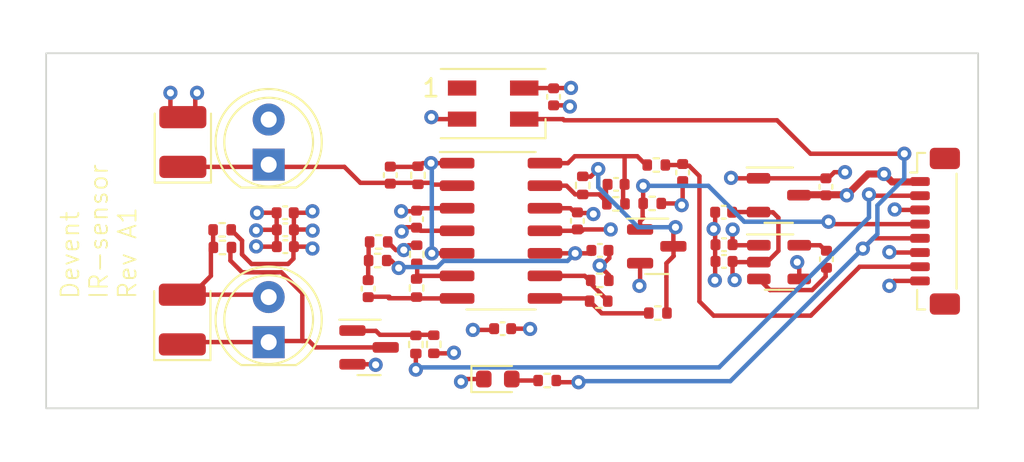
<source format=kicad_pcb>
(kicad_pcb (version 20221018) (generator pcbnew)
  (layers (0 "F.Cu" signal) (1 "In1.Cu" signal) (2 "In2.Cu" signal) (31 "B.Cu" signal) (34 "B.Paste" user) (35 "F.Paste" user) (36 "B.SilkS" user "B.Silkscreen") (37 "F.SilkS" user "F.Silkscreen") (38 "B.Mask" user) (39 "F.Mask" user) (44 "Edge.Cuts" user))
  (net 0 "")
  (net 1 "Net-(U1C-+)")
  (net 2 "GND")
  (net 3 "Net-(D1-K)")
  (net 4 "Net-(U1B-+)")
  (net 5 "Net-(D2-K)")
  (net 6 "Net-(U1B--)")
  (net 7 "/PWM_SEND")
  (net 8 "/PWM_RCV")
  (net 9 "Net-(U1C--)")
  (net 10 "+2V5")
  (net 11 "+5V")
  (net 12 "Net-(C6-Pad1)")
  (net 13 "Net-(Q2-D)")
  (net 14 "Net-(R4-Pad1)")
  (net 15 "/DOG")
  (net 16 "-2V5")
  (net 17 "Net-(D1-A)")
  (net 18 "/INDICATOR")
  (net 19 "Net-(D3-A)")
  (net 20 "Net-(C13-Pad1)")
  (net 21 "Net-(U1D--)")
  (net 22 "Net-(C6-Pad2)")
  (net 23 "Net-(U4-CFLY-)")
  (net 24 "Net-(U4-CFLY+)")
  (net 25 "Net-(Q1-G)")
  (footprint "LED_SMD:LED_0603_1608Metric" (layer "F.Cu") (at 75.44 68.35)
    (fp_text reference "D3" hide)
    (fp_text value "LED" hide)
    (pad "1" smd roundrect (at -0.7875 0) (size 0.875 0.95) (layers "F.Cu" "F.Paste" "F.Mask") (net 2 "GND"))
    (pad "2" smd roundrect (at 0.7875 0) (size 0.875 0.95) (layers "F.Cu" "F.Paste" "F.Mask") (net 19 "Net-(D3-A)"))
  )
  (footprint "MountingHole:MountingHole_2.5mm" (layer "F.Cu") (at 53 67)
    (fp_text reference "H4" hide)
    (fp_text value "MountingHole" hide)
    (pad "" np_thru_hole circle (at 0 0) (size 2.5 2.5) (drill 2.5) (layers "*.Cu" "*.Mask"))
  )
  (footprint "Connector_JST:JST_SUR_BM08B-SURS-TF_1x08-1MP_P0.80mm_Vertical" (layer "F.Cu") (at 100.075 60.025 -90)
    (fp_text reference "J1" hide)
    (fp_text value "Conn_01x06_Pin" hide)
    (pad "1" smd roundrect (at -2.8 0.85 270) (size 0.5 1.1) (layers "F.Cu" "F.Paste" "F.Mask") (net 11 "+5V"))
    (pad "2" smd roundrect (at -2 0.85 270) (size 0.5 1.1) (layers "F.Cu" "F.Paste" "F.Mask") (net 7 "/PWM_SEND"))
    (pad "3" smd roundrect (at -1.2 0.85 270) (size 0.5 1.1) (layers "F.Cu" "F.Paste" "F.Mask") (net 2 "GND"))
    (pad "4" smd roundrect (at -0.4 0.85 270) (size 0.5 1.1) (layers "F.Cu" "F.Paste" "F.Mask") (net 8 "/PWM_RCV"))
    (pad "5" smd roundrect (at 0.4 0.85 270) (size 0.5 1.1) (layers "F.Cu" "F.Paste" "F.Mask") (net 18 "/INDICATOR"))
    (pad "6" smd roundrect (at 1.2 0.85 270) (size 0.5 1.1) (layers "F.Cu" "F.Paste" "F.Mask") (net 2 "GND"))
    (pad "7" smd roundrect (at 2 0.85 270) (size 0.5 1.1) (layers "F.Cu" "F.Paste" "F.Mask") (net 15 "/DOG"))
    (pad "8" smd roundrect (at 2.8 0.85 270) (size 0.5 1.1) (layers "F.Cu" "F.Paste" "F.Mask") (net 2 "GND"))
    (pad "MP" smd roundrect (at -4.1 -0.55 270) (size 1.2 1.7) (layers "F.Cu" "F.Paste" "F.Mask") (roundrect_rratio 0.2083333333))
    (pad "MP" smd roundrect (at 4.1 -0.55 270) (size 1.2 1.7) (layers "F.Cu" "F.Paste" "F.Mask") (roundrect_rratio 0.2083333333))
  )
  (footprint "LED_SMD:LED_SK6812MINI_PLCC4_3.5x3.5mm_P1.75mm" (layer "F.Cu") (at 75.18 52.835)
    (fp_text reference "D4" hide)
    (fp_text value "SK6812MINI" hide)
    (fp_text user "1" (at -3.5 -0.875) (layer "F.SilkS"))
    (pad "1" smd rect (at -1.75 -0.875) (size 1.6 0.85) (layers "F.Cu" "F.Paste" "F.Mask"))
    (pad "2" smd rect (at -1.75 0.875) (size 1.6 0.85) (layers "F.Cu" "F.Paste" "F.Mask") (net 2 "GND"))
    (pad "3" smd rect (at 1.75 0.875) (size 1.6 0.85) (layers "F.Cu" "F.Paste" "F.Mask") (net 18 "/INDICATOR"))
    (pad "4" smd rect (at 1.75 -0.875) (size 1.6 0.85) (layers "F.Cu" "F.Paste" "F.Mask") (net 11 "+5V"))
  )
  (footprint "Resistor_SMD:R_0402_1005Metric" (layer "F.Cu") (at 70.875 61.325 -90)
    (fp_text reference "R3" hide)
    (fp_text value "1k" hide)
    (pad "1" smd roundrect (at -0.51 0 270) (size 0.54 0.64) (layers "F.Cu" "F.Paste" "F.Mask") (net 2 "GND"))
    (pad "2" smd roundrect (at 0.51 0 270) (size 0.54 0.64) (layers "F.Cu" "F.Paste" "F.Mask") (net 6 "Net-(U1B--)"))
  )
  (footprint "Capacitor_SMD:C_0402_1005Metric" (layer "F.Cu") (at 63.475 59.945 180)
    (fp_text reference "C7" hide)
    (fp_text value "2.2u" hide)
    (pad "1" smd roundrect (at -0.48 0 180) (size 0.56 0.62) (layers "F.Cu" "F.Paste" "F.Mask") (net 11 "+5V"))
    (pad "2" smd roundrect (at 0.48 0 180) (size 0.56 0.62) (layers "F.Cu" "F.Paste" "F.Mask") (net 2 "GND"))
  )
  (footprint "LED_THT:LED_D5.0mm" (layer "F.Cu") (at 62.535 56.275 90)
    (fp_text reference "D5" hide)
    (fp_text value "D_Photo" hide)
    (pad "1" thru_hole rect (at 0 0 90) (size 1.8 1.8) (drill 0.9) (layers "*.Cu" "*.Mask") (net 5 "Net-(D2-K)"))
    (pad "2" thru_hole circle (at 2.54 0 90) (size 1.8 1.8) (drill 0.9) (layers "*.Cu" "*.Mask") (net 2 "GND"))
  )
  (footprint "Capacitor_SMD:C_0402_1005Metric" (layer "F.Cu") (at 93.925 57.525 -90)
    (fp_text reference "C5" hide)
    (fp_text value "2.2u" hide)
    (pad "1" smd roundrect (at -0.48 0 270) (size 0.56 0.62) (layers "F.Cu" "F.Paste" "F.Mask") (net 2 "GND"))
    (pad "2" smd roundrect (at 0.48 0 270) (size 0.56 0.62) (layers "F.Cu" "F.Paste" "F.Mask") (net 11 "+5V"))
  )
  (footprint "Resistor_SMD:R_0402_1005Metric" (layer "F.Cu") (at 71.835 66.395 90)
    (fp_text reference "R12" hide)
    (fp_text value "100k" hide)
    (pad "1" smd roundrect (at -0.51 0 90) (size 0.54 0.64) (layers "F.Cu" "F.Paste" "F.Mask") (net 2 "GND"))
    (pad "2" smd roundrect (at 0.51 0 90) (size 0.54 0.64) (layers "F.Cu" "F.Paste" "F.Mask") (net 25 "Net-(Q1-G)"))
  )
  (footprint "Resistor_SMD:R_0402_1005Metric" (layer "F.Cu") (at 59.93 60.94)
    (fp_text reference "R9" hide)
    (fp_text value "10k" hide)
    (pad "1" smd roundrect (at -0.51 0) (size 0.54 0.64) (layers "F.Cu" "F.Paste" "F.Mask") (net 17 "Net-(D1-A)"))
    (pad "2" smd roundrect (at 0.51 0) (size 0.54 0.64) (layers "F.Cu" "F.Paste" "F.Mask") (net 3 "Net-(D1-K)"))
  )
  (footprint "Package_SO:SOIC-14_3.9x8.7mm_P1.27mm" (layer "F.Cu") (at 75.625 60)
    (fp_text reference "U1" hide)
    (fp_text value "MCP6004" hide)
    (pad "1" smd roundrect (at -2.475 -3.81) (size 1.95 0.6) (layers "F.Cu" "F.Paste" "F.Mask") (net 4 "Net-(U1B-+)"))
    (pad "2" smd roundrect (at -2.475 -2.54) (size 1.95 0.6) (layers "F.Cu" "F.Paste" "F.Mask") (net 5 "Net-(D2-K)"))
    (pad "3" smd roundrect (at -2.475 -1.27) (size 1.95 0.6) (layers "F.Cu" "F.Paste" "F.Mask") (net 2 "GND"))
    (pad "4" smd roundrect (at -2.475 0) (size 1.95 0.6) (layers "F.Cu" "F.Paste" "F.Mask") (net 10 "+2V5"))
    (pad "5" smd roundrect (at -2.475 1.27) (size 1.95 0.6) (layers "F.Cu" "F.Paste" "F.Mask") (net 4 "Net-(U1B-+)"))
    (pad "6" smd roundrect (at -2.475 2.54) (size 1.95 0.6) (layers "F.Cu" "F.Paste" "F.Mask") (net 6 "Net-(U1B--)"))
    (pad "7" smd roundrect (at -2.475 3.81) (size 1.95 0.6) (layers "F.Cu" "F.Paste" "F.Mask") (net 22 "Net-(C6-Pad2)"))
    (pad "8" smd roundrect (at 2.475 3.81) (size 1.95 0.6) (layers "F.Cu" "F.Paste" "F.Mask") (net 14 "Net-(R4-Pad1)"))
    (pad "9" smd roundrect (at 2.475 2.54) (size 1.95 0.6) (layers "F.Cu" "F.Paste" "F.Mask") (net 9 "Net-(U1C--)"))
    (pad "10" smd roundrect (at 2.475 1.27) (size 1.95 0.6) (layers "F.Cu" "F.Paste" "F.Mask") (net 1 "Net-(U1C-+)"))
    (pad "11" smd roundrect (at 2.475 0) (size 1.95 0.6) (layers "F.Cu" "F.Paste" "F.Mask") (net 16 "-2V5"))
    (pad "12" smd roundrect (at 2.475 -1.27) (size 1.95 0.6) (layers "F.Cu" "F.Paste" "F.Mask") (net 2 "GND"))
    (pad "13" smd roundrect (at 2.475 -2.54) (size 1.95 0.6) (layers "F.Cu" "F.Paste" "F.Mask") (net 21 "Net-(U1D--)"))
    (pad "14" smd roundrect (at 2.475 -3.81) (size 1.95 0.6) (layers "F.Cu" "F.Paste" "F.Mask") (net 20 "Net-(C13-Pad1)"))
  )
  (footprint "Package_TO_SOT_SMD:SOT-23-3" (layer "F.Cu") (at 91.265 57.995)
    (fp_text reference "U2" hide)
    (fp_text value "HX6206P252MR" hide)
    (pad "1" smd roundrect (at -1.1375 -0.95) (size 1.325 0.6) (layers "F.Cu" "F.Paste" "F.Mask") (net 2 "GND"))
    (pad "2" smd roundrect (at -1.1375 0.95) (size 1.325 0.6) (layers "F.Cu" "F.Paste" "F.Mask") (net 10 "+2V5"))
    (pad "3" smd roundrect (at 1.1375 0) (size 1.325 0.6) (layers "F.Cu" "F.Paste" "F.Mask") (net 11 "+5V"))
  )
  (footprint "Package_TO_SOT_SMD:SOT-23" (layer "F.Cu") (at 68.19 66.57)
    (fp_text reference "Q1" hide)
    (fp_text value "BSS138" hide)
    (pad "1" smd roundrect (at -0.9375 -0.95) (size 1.475 0.6) (layers "F.Cu" "F.Paste" "F.Mask") (net 25 "Net-(Q1-G)"))
    (pad "2" smd roundrect (at -0.9375 0.95) (size 1.475 0.6) (layers "F.Cu" "F.Paste" "F.Mask") (net 2 "GND"))
    (pad "3" smd roundrect (at 0.9375 0) (size 1.475 0.6) (layers "F.Cu" "F.Paste" "F.Mask") (net 3 "Net-(D1-K)"))
  )
  (footprint "Resistor_SMD:R_0402_1005Metric" (layer "F.Cu") (at 78.225 68.435)
    (fp_text reference "R13" hide)
    (fp_text value "1k" hide)
    (pad "1" smd roundrect (at -0.51 0) (size 0.54 0.64) (layers "F.Cu" "F.Paste" "F.Mask") (net 19 "Net-(D3-A)"))
    (pad "2" smd roundrect (at 0.51 0) (size 0.54 0.64) (layers "F.Cu" "F.Paste" "F.Mask") (net 18 "/INDICATOR"))
  )
  (footprint "MountingHole:MountingHole_2.5mm" (layer "F.Cu") (at 53 53)
    (fp_text reference "H3" hide)
    (fp_text value "MountingHole" hide)
    (pad "" np_thru_hole circle (at 0 0) (size 2.5 2.5) (drill 2.5) (layers "*.Cu" "*.Mask"))
  )
  (footprint "Resistor_SMD:R_0402_1005Metric" (layer "F.Cu") (at 70.945 56.875 90)
    (fp_text reference "R1" hide)
    (fp_text value "100k" hide)
    (pad "1" smd roundrect (at -0.51 0 90) (size 0.54 0.64) (layers "F.Cu" "F.Paste" "F.Mask") (net 5 "Net-(D2-K)"))
    (pad "2" smd roundrect (at 0.51 0 90) (size 0.54 0.64) (layers "F.Cu" "F.Paste" "F.Mask") (net 4 "Net-(U1B-+)"))
  )
  (footprint "Resistor_SMD:R_0402_1005Metric" (layer "F.Cu") (at 84.37 56.295 180)
    (fp_text reference "R18" hide)
    (fp_text value "10k" hide)
    (pad "1" smd roundrect (at -0.51 0 180) (size 0.54 0.64) (layers "F.Cu" "F.Paste" "F.Mask") (net 15 "/DOG"))
    (pad "2" smd roundrect (at 0.51 0 180) (size 0.54 0.64) (layers "F.Cu" "F.Paste" "F.Mask") (net 20 "Net-(C13-Pad1)"))
  )
  (footprint "Capacitor_SMD:C_0402_1005Metric" (layer "F.Cu") (at 88.185 60.785)
    (fp_text reference "C18" hide)
    (fp_text value "2.2u" hide)
    (pad "1" smd roundrect (at -0.48 0) (size 0.56 0.62) (layers "F.Cu" "F.Paste" "F.Mask") (net 2 "GND"))
    (pad "2" smd roundrect (at 0.48 0) (size 0.56 0.62) (layers "F.Cu" "F.Paste" "F.Mask") (net 16 "-2V5"))
  )
  (footprint "Resistor_SMD:R_0402_1005Metric" (layer "F.Cu") (at 84.14 58.46 180)
    (fp_text reference "R7" hide)
    (fp_text value "100k" hide)
    (pad "1" smd roundrect (at -0.51 0 180) (size 0.54 0.64) (layers "F.Cu" "F.Paste" "F.Mask") (net 2 "GND"))
    (pad "2" smd roundrect (at 0.51 0 180) (size 0.54 0.64) (layers "F.Cu" "F.Paste" "F.Mask") (net 8 "/PWM_RCV"))
  )
  (footprint "Resistor_SMD:R_0402_1005Metric" (layer "F.Cu") (at 59.915 59.945)
    (fp_text reference "R11" hide)
    (fp_text value "200" hide)
    (pad "1" smd roundrect (at -0.51 0) (size 0.54 0.64) (layers "F.Cu" "F.Paste" "F.Mask") (net 17 "Net-(D1-A)"))
    (pad "2" smd roundrect (at 0.51 0) (size 0.54 0.64) (layers "F.Cu" "F.Paste" "F.Mask") (net 11 "+5V"))
  )
  (footprint "Package_TO_SOT_SMD:SOT-23" (layer "F.Cu") (at 84.395 60.875)
    (fp_text reference "Q2" hide)
    (fp_text value "BSS138" hide)
    (pad "1" smd roundrect (at -0.9375 -0.95) (size 1.475 0.6) (layers "F.Cu" "F.Paste" "F.Mask") (net 8 "/PWM_RCV"))
    (pad "2" smd roundrect (at -0.9375 0.95) (size 1.475 0.6) (layers "F.Cu" "F.Paste" "F.Mask") (net 2 "GND"))
    (pad "3" smd roundrect (at 0.9375 0) (size 1.475 0.6) (layers "F.Cu" "F.Paste" "F.Mask") (net 13 "Net-(Q2-D)"))
  )
  (footprint "Capacitor_SMD:C_0402_1005Metric" (layer "F.Cu") (at 82.105 57.385 180)
    (fp_text reference "C13" hide)
    (fp_text value "100n" hide)
    (pad "1" smd roundrect (at -0.48 0 180) (size 0.56 0.62) (layers "F.Cu" "F.Paste" "F.Mask") (net 20 "Net-(C13-Pad1)"))
    (pad "2" smd roundrect (at 0.48 0 180) (size 0.56 0.62) (layers "F.Cu" "F.Paste" "F.Mask") (net 21 "Net-(U1D--)"))
  )
  (footprint "LED_SMD:LED_1210_3225Metric" (layer "F.Cu") (at 57.67 65 90)
    (fp_text reference "D1" hide)
    (fp_text value "IR-LED" hide)
    (pad "1" smd roundrect (at -1.4 0 90) (size 1.25 2.65) (layers "F.Cu" "F.Paste" "F.Mask") (roundrect_rratio 0.2) (net 3 "Net-(D1-K)"))
    (pad "2" smd roundrect (at 1.4 0 90) (size 1.25 2.65) (layers "F.Cu" "F.Paste" "F.Mask") (roundrect_rratio 0.2) (net 17 "Net-(D1-A)"))
  )
  (footprint "Resistor_SMD:R_0402_1005Metric" (layer "F.Cu") (at 70.825 66.405 90)
    (fp_text reference "R8" hide)
    (fp_text value "100" hide)
    (pad "1" smd roundrect (at -0.51 0 90) (size 0.54 0.64) (layers "F.Cu" "F.Paste" "F.Mask") (net 7 "/PWM_SEND"))
    (pad "2" smd roundrect (at 0.51 0 90) (size 0.54 0.64) (layers "F.Cu" "F.Paste" "F.Mask") (net 25 "Net-(Q1-G)"))
  )
  (footprint "LED_THT:LED_D5.0mm" (layer "F.Cu") (at 62.535 66.275 90)
    (fp_text reference "D6" hide)
    (fp_text value "IR-LED" hide)
    (pad "1" thru_hole rect (at 0 0 90) (size 1.8 1.8) (drill 0.9) (layers "*.Cu" "*.Mask") (net 3 "Net-(D1-K)"))
    (pad "2" thru_hole circle (at 2.54 0 90) (size 1.8 1.8) (drill 0.9) (layers "*.Cu" "*.Mask") (net 17 "Net-(D1-A)"))
  )
  (footprint "Resistor_SMD:R_0402_1005Metric" (layer "F.Cu") (at 80.225 57.445 90)
    (fp_text reference "R16" hide)
    (fp_text value "1k" hide)
    (pad "1" smd roundrect (at -0.51 0 90) (size 0.54 0.64) (layers "F.Cu" "F.Paste" "F.Mask") (net 21 "Net-(U1D--)"))
    (pad "2" smd roundrect (at 0.51 0 90) (size 0.54 0.64) (layers "F.Cu" "F.Paste" "F.Mask") (net 13 "Net-(Q2-D)"))
  )
  (footprint "Resistor_SMD:R_0402_1005Metric" (layer "F.Cu") (at 68.731 60.627)
    (fp_text reference "R14" hide)
    (fp_text value "1k" hide)
    (pad "1" smd roundrect (at -0.51 0) (size 0.54 0.64) (layers "F.Cu" "F.Paste" "F.Mask") (net 12 "Net-(C6-Pad1)"))
    (pad "2" smd roundrect (at 0.51 0) (size 0.54 0.64) (layers "F.Cu" "F.Paste" "F.Mask") (net 2 "GND"))
  )
  (footprint "Resistor_SMD:R_0402_1005Metric" (layer "F.Cu") (at 84.46 64.635 180)
    (fp_text reference "R6" hide)
    (fp_text value "100" hide)
    (pad "1" smd roundrect (at -0.51 0 180) (size 0.54 0.64) (layers "F.Cu" "F.Paste" "F.Mask") (net 13 "Net-(Q2-D)"))
    (pad "2" smd roundrect (at 0.51 0 180) (size 0.54 0.64) (layers "F.Cu" "F.Paste" "F.Mask") (net 14 "Net-(R4-Pad1)"))
  )
  (footprint "Capacitor_SMD:C_0402_1005Metric" (layer "F.Cu") (at 81.195 61.105)
    (fp_text reference "C9" hide)
    (fp_text value "10nF" hide)
    (pad "1" smd roundrect (at -0.48 0) (size 0.56 0.62) (layers "F.Cu" "F.Paste" "F.Mask") (net 1 "Net-(U1C-+)"))
    (pad "2" smd roundrect (at 0.48 0) (size 0.56 0.62) (layers "F.Cu" "F.Paste" "F.Mask") (net 2 "GND"))
  )
  (footprint "Resistor_SMD:R_0402_1005Metric" (layer "F.Cu") (at 81.125 63.965)
    (fp_text reference "R4" hide)
    (fp_text value "10k" hide)
    (pad "1" smd roundrect (at -0.51 0) (size 0.54 0.64) (layers "F.Cu" "F.Paste" "F.Mask") (net 14 "Net-(R4-Pad1)"))
    (pad "2" smd roundrect (at 0.51 0) (size 0.54 0.64) (layers "F.Cu" "F.Paste" "F.Mask") (net 9 "Net-(U1C--)"))
  )
  (footprint "Capacitor_SMD:C_0402_1005Metric" (layer "F.Cu") (at 75.715 65.515)
    (fp_text reference "C8" hide)
    (fp_text value "2.2u" hide)
    (pad "1" smd roundrect (at -0.48 0) (size 0.56 0.62) (layers "F.Cu" "F.Paste" "F.Mask") (net 10 "+2V5"))
    (pad "2" smd roundrect (at 0.48 0) (size 0.56 0.62) (layers "F.Cu" "F.Paste" "F.Mask") (net 16 "-2V5"))
  )
  (footprint "LED_SMD:LED_1210_3225Metric" (layer "F.Cu") (at 57.7 55 90)
    (fp_text reference "D2" hide)
    (fp_text value "D_Photo" hide)
    (pad "1" smd roundrect (at -1.4 0 90) (size 1.25 2.65) (layers "F.Cu" "F.Paste" "F.Mask") (roundrect_rratio 0.2) (net 5 "Net-(D2-K)"))
    (pad "2" smd roundrect (at 1.4 0 90) (size 1.25 2.65) (layers "F.Cu" "F.Paste" "F.Mask") (roundrect_rratio 0.2) (net 2 "GND"))
  )
  (footprint "Capacitor_SMD:C_0402_1005Metric" (layer "F.Cu") (at 78.585 52.455 -90)
    (fp_text reference "C3" hide)
    (fp_text value "100n" hide)
    (pad "1" smd roundrect (at -0.48 0 270) (size 0.56 0.62) (layers "F.Cu" "F.Paste" "F.Mask") (net 11 "+5V"))
    (pad "2" smd roundrect (at 0.48 0 270) (size 0.56 0.62) (layers "F.Cu" "F.Paste" "F.Mask") (net 2 "GND"))
  )
  (footprint "Resistor_SMD:R_0402_1005Metric" (layer "F.Cu") (at 82.095 58.485 180)
    (fp_text reference "R17" hide)
    (fp_text value "100k" hide)
    (pad "1" smd roundrect (at -0.51 0 180) (size 0.54 0.64) (layers "F.Cu" "F.Paste" "F.Mask") (net 20 "Net-(C13-Pad1)"))
    (pad "2" smd roundrect (at 0.51 0 180) (size 0.54 0.64) (layers "F.Cu" "F.Paste" "F.Mask") (net 21 "Net-(U1D--)"))
  )
  (footprint "MountingHole:MountingHole_2.5mm" (layer "F.Cu") (at 94.175 66.775)
    (fp_text reference "H2" hide)
    (fp_text value "MountingHole" hide)
    (pad "" np_thru_hole circle (at 0 0) (size 2.5 2.5) (drill 2.5) (layers "*.Cu" "*.Mask"))
  )
  (footprint "Capacitor_SMD:C_0402_1005Metric" (layer "F.Cu") (at 88.185 61.725)
    (fp_text reference "C16" hide)
    (fp_text value "2.2u" hide)
    (pad "1" smd roundrect (at -0.48 0) (size 0.56 0.62) (layers "F.Cu" "F.Paste" "F.Mask") (net 2 "GND"))
    (pad "2" smd roundrect (at 0.48 0) (size 0.56 0.62) (layers "F.Cu" "F.Paste" "F.Mask") (net 10 "+2V5"))
  )
  (footprint "Capacitor_SMD:C_0402_1005Metric" (layer "F.Cu") (at 69.385 56.865 90)
    (fp_text reference "C1" hide)
    (fp_text value "1nF" hide)
    (pad "1" smd roundrect (at -0.48 0 90) (size 0.56 0.62) (layers "F.Cu" "F.Paste" "F.Mask") (net 5 "Net-(D2-K)"))
    (pad "2" smd roundrect (at 0.48 0 90) (size 0.56 0.62) (layers "F.Cu" "F.Paste" "F.Mask") (net 4 "Net-(U1B-+)"))
  )
  (footprint "Capacitor_SMD:C_0402_1005Metric" (layer "F.Cu") (at 70.865 59.345 -90)
    (fp_text reference "C2" hide)
    (fp_text value "100n" hide)
    (pad "1" smd roundrect (at -0.48 0 270) (size 0.56 0.62) (layers "F.Cu" "F.Paste" "F.Mask") (net 2 "GND"))
    (pad "2" smd roundrect (at 0.48 0 270) (size 0.56 0.62) (layers "F.Cu" "F.Paste" "F.Mask") (net 10 "+2V5"))
  )
  (footprint "Resistor_SMD:R_0402_1005Metric" (layer "F.Cu") (at 68.675 61.675)
    (fp_text reference "R15" hide)
    (fp_text value "4.7k" hide)
    (pad "1" smd roundrect (at -0.51 0) (size 0.54 0.64) (layers "F.Cu" "F.Paste" "F.Mask") (net 12 "Net-(C6-Pad1)"))
    (pad "2" smd roundrect (at 0.51 0) (size 0.54 0.64) (layers "F.Cu" "F.Paste" "F.Mask") (net 1 "Net-(U1C-+)"))
  )
  (footprint "Resistor_SMD:R_0402_1005Metric" (layer "F.Cu") (at 70.865 63.225 -90)
    (fp_text reference "R2" hide)
    (fp_text value "100k" hide)
    (pad "1" smd roundrect (at -0.51 0 270) (size 0.54 0.64) (layers "F.Cu" "F.Paste" "F.Mask") (net 6 "Net-(U1B--)"))
    (pad "2" smd roundrect (at 0.51 0 270) (size 0.54 0.64) (layers "F.Cu" "F.Paste" "F.Mask") (net 22 "Net-(C6-Pad2)"))
  )
  (footprint "Capacitor_SMD:C_0402_1005Metric" (layer "F.Cu") (at 88.165 58.955)
    (fp_text reference "C12" hide)
    (fp_text value "2.2u" hide)
    (pad "1" smd roundrect (at -0.48 0) (size 0.56 0.62) (layers "F.Cu" "F.Paste" "F.Mask") (net 2 "GND"))
    (pad "2" smd roundrect (at 0.48 0) (size 0.56 0.62) (layers "F.Cu" "F.Paste" "F.Mask") (net 10 "+2V5"))
  )
  (footprint "Capacitor_SMD:C_0402_1005Metric" (layer "F.Cu") (at 85.855 56.72 -90)
    (fp_text reference "C11" hide)
    (fp_text value "100n" hide)
    (pad "1" smd roundrect (at -0.48 0 270) (size 0.56 0.62) (layers "F.Cu" "F.Paste" "F.Mask") (net 15 "/DOG"))
    (pad "2" smd roundrect (at 0.48 0 270) (size 0.56 0.62) (layers "F.Cu" "F.Paste" "F.Mask") (net 2 "GND"))
  )
  (footprint "Capacitor_SMD:C_0402_1005Metric" (layer "F.Cu") (at 63.475 60.895 180)
    (fp_text reference "C4" hide)
    (fp_text value "100n" hide)
    (pad "1" smd roundrect (at -0.48 0 180) (size 0.56 0.62) (layers "F.Cu" "F.Paste" "F.Mask") (net 11 "+5V"))
    (pad "2" smd roundrect (at 0.48 0 180) (size 0.56 0.62) (layers "F.Cu" "F.Paste" "F.Mask") (net 2 "GND"))
  )
  (footprint "Capacitor_SMD:C_0402_1005Metric" (layer "F.Cu") (at 68.14 63.26 -90)
    (fp_text reference "C6" hide)
    (fp_text value "10nF" hide)
    (pad "1" smd roundrect (at -0.48 0 270) (size 0.56 0.62) (layers "F.Cu" "F.Paste" "F.Mask") (net 12 "Net-(C6-Pad1)"))
    (pad "2" smd roundrect (at 0.48 0 270) (size 0.56 0.62) (layers "F.Cu" "F.Paste" "F.Mask") (net 22 "Net-(C6-Pad2)"))
  )
  (footprint "Resistor_SMD:R_0402_1005Metric" (layer "F.Cu") (at 81.185 62.795)
    (fp_text reference "R5" hide)
    (fp_text value "1k" hide)
    (pad "1" smd roundrect (at -0.51 0) (size 0.54 0.64) (layers "F.Cu" "F.Paste" "F.Mask") (net 9 "Net-(U1C--)"))
    (pad "2" smd roundrect (at 0.51 0) (size 0.54 0.64) (layers "F.Cu" "F.Paste" "F.Mask") (net 2 "GND"))
  )
  (footprint "Capacitor_SMD:C_0402_1005Metric" (layer "F.Cu") (at 63.465 58.985 180)
    (fp_text reference "C14" hide)
    (fp_text value "2.2u" hide)
    (pad "1" smd roundrect (at -0.48 0 180) (size 0.56 0.62) (layers "F.Cu" "F.Paste" "F.Mask") (net 11 "+5V"))
    (pad "2" smd roundrect (at 0.48 0 180) (size 0.56 0.62) (layers "F.Cu" "F.Paste" "F.Mask") (net 2 "GND"))
  )
  (footprint "Capacitor_SMD:C_0402_1005Metric" (layer "F.Cu") (at 79.925 59.445 -90)
    (fp_text reference "C10" hide)
    (fp_text value "100n" hide)
    (pad "1" smd roundrect (at -0.48 0 270) (size 0.56 0.62) (layers "F.Cu" "F.Paste" "F.Mask") (net 2 "GND"))
    (pad "2" smd roundrect (at 0.48 0 270) (size 0.56 0.62) (layers "F.Cu" "F.Paste" "F.Mask") (net 16 "-2V5"))
  )
  (footprint "MountingHole:MountingHole_2.5mm" (layer "F.Cu") (at 93.875 52.975)
    (fp_text reference "H1" hide)
    (fp_text value "MountingHole" hide)
    (pad "" np_thru_hole circle (at 0 0) (size 2.5 2.5) (drill 2.5) (layers "*.Cu" "*.Mask"))
  )
  (footprint "Package_TO_SOT_SMD:SOT-23-5" (layer "F.Cu") (at 91.285 61.765)
    (fp_text reference "U4" hide)
    (fp_text value "TPS60400DBVR" hide)
    (pad "1" smd roundrect (at -1.1375 -0.95) (size 1.325 0.6) (layers "F.Cu" "F.Paste" "F.Mask") (net 16 "-2V5"))
    (pad "2" smd roundrect (at -1.1375 0) (size 1.325 0.6) (layers "F.Cu" "F.Paste" "F.Mask") (net 10 "+2V5"))
    (pad "3" smd roundrect (at -1.1375 0.95) (size 1.325 0.6) (layers "F.Cu" "F.Paste" "F.Mask") (net 23 "Net-(U4-CFLY-)"))
    (pad "4" smd roundrect (at 1.1375 0.95) (size 1.325 0.6) (layers "F.Cu" "F.Paste" "F.Mask") (net 2 "GND"))
    (pad "5" smd roundrect (at 1.1375 -0.95) (size 1.325 0.6) (layers "F.Cu" "F.Paste" "F.Mask") (net 24 "Net-(U4-CFLY+)"))
  )
  (footprint "Capacitor_SMD:C_0402_1005Metric" (layer "F.Cu") (at 93.955 61.605 90)
    (fp_text reference "C17" hide)
    (fp_text value "2.2u" hide)
    (pad "1" smd roundrect (at -0.48 0 90) (size 0.56 0.62) (layers "F.Cu" "F.Paste" "F.Mask") (net 23 "Net-(U4-CFLY-)"))
    (pad "2" smd roundrect (at 0.48 0 90) (size 0.56 0.62) (layers "F.Cu" "F.Paste" "F.Mask") (net 24 "Net-(U4-CFLY+)"))
  )
  (gr_rect (start 50 50) (end 102.5 70) (stroke (width 0.1)) (fill none) (layer "Edge.Cuts"))
  (gr_text "Devent \nIR-sensor\nRev A1" (at 55.16 63.92 90) (layer "F.SilkS") (effects (font (size 1 1) (thickness 0.1)) (justify left bottom)))
  (segment (start 80.67 61.27) (end 80.7 61.3) (width 0.25) (layer "F.Cu") (net 1))
  (segment (start 69.185 61.675) (end 69.438721 61.675) (width 0.25) (layer "F.Cu") (net 1))
  (segment (start 69.438721 61.675) (end 69.858973 62.095252) (width 0.25) (layer "F.Cu") (net 1))
  (segment (start 78.1 61.27) (end 80.67 61.27) (width 0.25) (layer "F.Cu") (net 1))
  (via (at 79.8 61.27) (size 0.8) (drill 0.4) (layers "F.Cu" "B.Cu") (net 1))
  (via (at 69.858973 62.095252) (size 0.8) (drill 0.4) (layers "F.Cu" "B.Cu") (net 1))
  (segment (start 72.045464 62.044751) (end 69.909474 62.044751) (width 0.25) (layer "B.Cu") (net 1))
  (segment (start 72.390215 61.7) (end 72.045464 62.044751) (width 0.25) (layer "B.Cu") (net 1))
  (segment (start 79.37 61.7) (end 72.390215 61.7) (width 0.25) (layer "B.Cu") (net 1))
  (segment (start 69.909474 62.044751) (end 69.858973 62.095252) (width 0.25) (layer "B.Cu") (net 1))
  (segment (start 79.8 61.27) (end 79.37 61.7) (width 0.25) (layer "B.Cu") (net 1))
  (segment (start 68.53 67.52) (end 68.56 67.55) (width 0.25) (layer "F.Cu") (net 2))
  (segment (start 62.985 60.885) (end 63 60.9) (width 0.25) (layer "F.Cu") (net 2))
  (segment (start 57.7 53.63) (end 57.6 53.53) (width 0.25) (layer "F.Cu") (net 2))
  (segment (start 69.241 60.627) (end 69.699451 61.085451) (width 0.25) (layer "F.Cu") (net 2))
  (segment (start 81.725 61.305) (end 81.725 61.535) (width 0.25) (layer "F.Cu") (net 2))
  (segment (start 57.6 53.53) (end 57 53.53) (width 0.25) (layer "F.Cu") (net 2))
  (segment (start 72.935 66.905) (end 72.97 66.87) (width 0.25) (layer "F.Cu") (net 2))
  (segment (start 78.585 52.935) (end 79.435 52.935) (width 0.25) (layer "F.Cu") (net 2))
  (segment (start 92.4225 62.715) (end 92.4225 61.8825) (width 0.25) (layer "F.Cu") (net 2))
  (segment (start 81.725 61.535) (end 81.23 62.03) (width 0.25) (layer "F.Cu") (net 2))
  (segment (start 87.685 58.955) (end 87.685 62.775037) (width 0.25) (layer "F.Cu") (net 2))
  (segment (start 73.15 58.73) (end 71.17 58.73) (width 0.25) (layer "F.Cu") (net 2))
  (segment (start 74.6525 68.35) (end 73.52 68.35) (width 0.25) (layer "F.Cu") (net 2))
  (segment (start 85.855 58.5) (end 85.8 58.555) (width 0.25) (layer "F.Cu") (net 2))
  (segment (start 90.1275 57.045) (end 94.055 57.045) (width 0.25) (layer "F.Cu") (net 2))
  (segment (start 97.82499 58.825) (end 97.79999 58.8) (width 0.25) (layer "F.Cu") (net 2))
  (segment (start 58.4 53.63) (end 58.4 52.33) (width 0.25) (layer "F.Cu") (net 2))
  (segment (start 79.53 58.73) (end 79.8 59) (width 0.25) (layer "F.Cu") (net 2))
  (segment (start 88.605 57.045) (end 88.58 57.02) (width 0.25) (layer "F.Cu") (net 2))
  (segment (start 97.775 62.825) (end 97.5 63.1) (width 0.25) (layer "F.Cu") (net 2))
  (segment (start 67.2525 67.52) (end 68.53 67.52) (width 0.25) (layer "F.Cu") (net 2))
  (segment (start 62.995 59.945) (end 61.865 59.945) (width 0.25) (layer "F.Cu") (net 2))
  (segment (start 57 53.53) (end 57 52.23) (width 0.25) (layer "F.Cu") (net 2))
  (segment (start 62.985 58.985) (end 61.885 58.985) (width 0.25) (layer "F.Cu") (net 2))
  (segment (start 70.417189 60.815) (end 70.146738 61.085451) (width 0.25) (layer "F.Cu") (net 2))
  (segment (start 99.225 62.825) (end 97.775 62.825) (width 0.25) (layer "F.Cu") (net 2))
  (segment (start 58.4 52.33) (end 58.5 52.23) (width 0.25) (layer "F.Cu") (net 2))
  (segment (start 80.76751 59) (end 80.824807 59.057297) (width 0.25) (layer "F.Cu") (net 2))
  (segment (start 71.81 53.71) (end 71.7 53.6) (width 0.25) (layer "F.Cu") (net 2))
  (segment (start 81.695 62.495) (end 81.23 62.03) (width 0.25) (layer "F.Cu") (net 2))
  (segment (start 97.525 61.225) (end 97.5 61.2) (width 0.25) (layer "F.Cu") (net 2))
  (segment (start 81.695 62.795) (end 81.695 62.495) (width 0.25) (layer "F.Cu") (net 2))
  (segment (start 87.685 62.775037) (end 87.668939 62.791098) (width 0.25) (layer "F.Cu") (net 2))
  (segment (start 99.225 61.225) (end 97.525 61.225) (width 0.25) (layer "F.Cu") (net 2))
  (segment (start 79.8 59) (end 80.76751 59) (width 0.25) (layer "F.Cu") (net 2))
  (segment (start 84.65 58.46) (end 85.705 58.46) (width 0.25) (layer "F.Cu") (net 2))
  (segment (start 83.4575 63.0625) (end 83.42 63.1) (width 0.25) (layer "F.Cu") (net 2))
  (segment (start 71.835 66.905) (end 72.935 66.905) (width 0.25) (layer "F.Cu") (net 2))
  (segment (start 90.1275 57.045) (end 88.605 57.045) (width 0.25) (layer "F.Cu") (net 2))
  (segment (start 73.52 68.35) (end 73.37 68.5) (width 0.25) (layer "F.Cu") (net 2))
  (segment (start 78.1 58.73) (end 79.53 58.73) (width 0.25) (layer "F.Cu") (net 2))
  (segment (start 73.43 53.71) (end 71.81 53.71) (width 0.25) (layer "F.Cu") (net 2))
  (segment (start 61.845 60.895) (end 61.83 60.88) (width 0.25) (layer "F.Cu") (net 2))
  (segment (start 94.055 57.045) (end 94.4 56.7) (width 0.25) (layer "F.Cu") (net 2))
  (segment (start 69.699451 61.085451) (end 70.146738 61.085451) (width 0.25) (layer "F.Cu") (net 2))
  (segment (start 93.925 57.045) (end 94.055 57.045) (width 0.25) (layer "F.Cu") (net 2))
  (segment (start 70.875 60.815) (end 70.417189 60.815) (width 0.25) (layer "F.Cu") (net 2))
  (segment (start 61.885 58.985) (end 61.88 58.99) (width 0.25) (layer "F.Cu") (net 2))
  (segment (start 61.865 59.945) (end 61.83 59.98) (width 0.25) (layer "F.Cu") (net 2))
  (segment (start 83.4575 61.825) (end 83.4575 63.0625) (width 0.25) (layer "F.Cu") (net 2))
  (segment (start 85.705 58.46) (end 85.8 58.555) (width 0.25) (layer "F.Cu") (net 2))
  (segment (start 79.435 52.935) (end 79.5 53) (width 0.25) (layer "F.Cu") (net 2))
  (segment (start 94.4 56.7) (end 95 56.7) (width 0.25) (layer "F.Cu") (net 2))
  (segment (start 62.995 60.895) (end 61.845 60.895) (width 0.25) (layer "F.Cu") (net 2))
  (segment (start 71.17 58.73) (end 71 58.9) (width 0.25) (layer "F.Cu") (net 2))
  (segment (start 99.225 58.825) (end 97.82499 58.825) (width 0.25) (layer "F.Cu") (net 2))
  (segment (start 57.7 53.63) (end 58.4 53.63) (width 0.25) (layer "F.Cu") (net 2))
  (segment (start 62.985 58.985) (end 62.985 60.885) (width 0.25) (layer "F.Cu") (net 2))
  (segment (start 85.855 57.2) (end 85.855 58.5) (width 0.25) (layer "F.Cu") (net 2))
  (segment (start 92.4225 61.8825) (end 92.308008 61.768008) (width 0.25) (layer "F.Cu") (net 2))
  (segment (start 71 58.9) (end 70 58.9) (width 0.25) (layer "F.Cu") (net 2))
  (via (at 70 58.9) (size 0.8) (drill 0.4) (layers "F.Cu" "B.Cu") (net 2))
  (via (at 61.83 59.98) (size 0.8) (drill 0.4) (layers "F.Cu" "B.Cu") (net 2))
  (via (at 87.668939 62.791098) (size 0.8) (drill 0.4) (layers "F.Cu" "B.Cu") (net 2))
  (via (at 61.83 60.88) (size 0.8) (drill 0.4) (layers "F.Cu" "B.Cu") (net 2))
  (via (at 71.7 53.6) (size 0.8) (drill 0.4) (layers "F.Cu" "B.Cu") (net 2))
  (via (at 95 56.7) (size 0.8) (drill 0.4) (layers "F.Cu" "B.Cu") (net 2))
  (via (at 79.5 53) (size 0.8) (drill 0.4) (layers "F.Cu" "B.Cu") (net 2))
  (via (at 70.146738 61.085451) (size 0.8) (drill 0.4) (layers "F.Cu" "B.Cu") (net 2))
  (via (at 58.5 52.23) (size 0.8) (drill 0.4) (layers "F.Cu" "B.Cu") (net 2))
  (via (at 68.56 67.55) (size 0.8) (drill 0.4) (layers "F.Cu" "B.Cu") (net 2))
  (via (at 87.6 59.9) (size 0.8) (drill 0.4) (layers "F.Cu" "B.Cu") (net 2))
  (via (at 61.88 58.99) (size 0.8) (drill 0.4) (layers "F.Cu" "B.Cu") (net 2))
  (via (at 85.8 58.555) (size 0.8) (drill 0.4) (layers "F.Cu" "B.Cu") (net 2))
  (via (at 73.37 68.5) (size 0.8) (drill 0.4) (layers "F.Cu" "B.Cu") (net 2))
  (via (at 80.824807 59.057297) (size 0.8) (drill 0.4) (layers "F.Cu" "B.Cu") (net 2))
  (via (at 97.5 61.2) (size 0.8) (drill 0.4) (layers "F.Cu" "B.Cu") (net 2))
  (via (at 97.79999 58.8) (size 0.8) (drill 0.4) (layers "F.Cu" "B.Cu") (net 2))
  (via (at 81.18 61.96) (size 0.8) (drill 0.4) (layers "F.Cu" "B.Cu") (net 2))
  (via (at 72.97 66.87) (size 0.8) (drill 0.4) (layers "F.Cu" "B.Cu") (net 2))
  (via (at 83.42 63.1) (size 0.8) (drill 0.4) (layers "F.Cu" "B.Cu") (net 2))
  (via (at 57 52.23) (size 0.8) (drill 0.4) (layers "F.Cu" "B.Cu") (net 2))
  (via (at 97.5 63.1) (size 0.8) (drill 0.4) (layers "F.Cu" "B.Cu") (net 2))
  (via (at 88.58 57.02) (size 0.8) (drill 0.4) (layers "F.Cu" "B.Cu") (net 2))
  (via (at 92.308008 61.768008) (size 0.8) (drill 0.4) (layers "F.Cu" "B.Cu") (net 2))
  (segment (start 64.81 66.21) (end 64.43 66.21) (width 0.25) (layer "F.Cu") (net 3))
  (segment (start 60.38 61.02) (end 60.38 61.68) (width 0.25) (layer "F.Cu") (net 3))
  (segment (start 61.04 62.34) (end 63.25 62.34) (width 0.25) (layer "F.Cu") (net 3))
  (segment (start 60.38 61.68) (end 61.04 62.34) (width 0.25) (layer "F.Cu") (net 3))
  (segment (start 62.73 66.21) (end 62.7 66.18) (width 0.25) (layer "F.Cu") (net 3))
  (segment (start 69.1275 66.57) (end 65.17 66.57) (width 0.25) (layer "F.Cu") (net 3))
  (segment (start 64.43 66.21) (end 62.73 66.21) (width 0.25) (layer "F.Cu") (net 3))
  (segment (start 57.56 66.27) (end 62.66 66.27) (width 0.25) (layer "F.Cu") (net 3))
  (segment (start 65.17 66.57) (end 64.81 66.21) (width 0.25) (layer "F.Cu") (net 3))
  (segment (start 57.55 66.28) (end 57.56 66.27) (width 0.25) (layer "F.Cu") (net 3))
  (segment (start 64.43 63.52) (end 64.43 66.21) (width 0.25) (layer "F.Cu") (net 3))
  (segment (start 63.25 62.34) (end 64.43 63.52) (width 0.25) (layer "F.Cu") (net 3))
  (segment (start 73.15 61.27) (end 71.724697 61.27) (width 0.25) (layer "F.Cu") (net 4))
  (segment (start 71 56.4) (end 69.5 56.4) (width 0.25) (layer "F.Cu") (net 4))
  (segment (start 71.21 56.19) (end 71 56.4) (width 0.25) (layer "F.Cu") (net 4))
  (segment (start 73.15 56.19) (end 71.21 56.19) (width 0.25) (layer "F.Cu") (net 4))
  (segment (start 71.724697 61.27) (end 71.724448 61.269751) (width 0.25) (layer "F.Cu") (net 4))
  (via (at 71.68 56.19) (size 0.8) (drill 0.4) (layers "F.Cu" "B.Cu") (net 4))
  (via (at 71.724448 61.269751) (size 0.8) (drill 0.4) (layers "F.Cu" "B.Cu") (net 4))
  (segment (start 71.724448 61.269751) (end 71.724448 56.234448) (width 0.25) (layer "B.Cu") (net 4))
  (segment (start 71.724448 56.234448) (end 71.68 56.19) (width 0.25) (layer "B.Cu") (net 4))
  (segment (start 66.8 56.4) (end 67.7 57.3) (width 0.25) (layer "F.Cu") (net 5))
  (segment (start 71.1 57.3) (end 71.7 57.3) (width 0.25) (layer "F.Cu") (net 5))
  (segment (start 71.8 57.4) (end 73.1 57.4) (width 0.25) (layer "F.Cu") (net 5))
  (segment (start 71.7 57.3) (end 71.8 57.4) (width 0.25) (layer "F.Cu") (net 5))
  (segment (start 59 56.4) (end 66.8 56.4) (width 0.25) (layer "F.Cu") (net 5))
  (segment (start 69.5 57.3) (end 71.1 57.3) (width 0.25) (layer "F.Cu") (net 5))
  (segment (start 67.7 57.3) (end 69.5 57.3) (width 0.25) (layer "F.Cu") (net 5))
  (segment (start 73.15 62.54) (end 71.06 62.54) (width 0.25) (layer "F.Cu") (net 6))
  (segment (start 71.06 62.54) (end 70.9 62.7) (width 0.25) (layer "F.Cu") (net 6))
  (segment (start 70.9 62) (end 70.95 61.95) (width 0.25) (layer "F.Cu") (net 6))
  (segment (start 70.9 62.7) (end 70.9 62) (width 0.25) (layer "F.Cu") (net 6))
  (segment (start 99.3 58.1) (end 99.225 58.025) (width 0.25) (layer "F.Cu") (net 7))
  (segment (start 96.425 58.025) (end 96.351041 57.951041) (width 0.25) (layer "F.Cu") (net 7))
  (segment (start 70.825 67.819996) (end 70.824996 67.82) (width 0.25) (layer "F.Cu") (net 7))
  (segment (start 70.82 67.824996) (end 70.824996 67.82) (width 0.25) (layer "F.Cu") (net 7))
  (segment (start 99.225 58.025) (end 96.425 58.025) (width 0.25) (layer "F.Cu") (net 7))
  (segment (start 70.825 66.875) (end 70.825 67.819996) (width 0.25) (layer "F.Cu") (net 7))
  (via (at 96.351041 57.951041) (size 0.8) (drill 0.4) (layers "F.Cu" "B.Cu") (net 7))
  (via (at 70.824996 67.82) (size 0.8) (drill 0.4) (layers "F.Cu" "B.Cu") (net 7))
  (segment (start 87.905 67.695) (end 96.351041 59.248959) (width 0.25) (layer "B.Cu") (net 7))
  (segment (start 70.824996 67.82) (end 70.999996 67.645) (width 0.25) (layer "B.Cu") (net 7))
  (segment (start 96.351041 59.248959) (end 96.351041 57.951041) (width 0.25) (layer "B.Cu") (net 7))
  (segment (start 70.945 67.725) (end 70.975 67.695) (width 0.25) (layer "B.Cu") (net 7))
  (segment (start 70.975 67.695) (end 87.905 67.695) (width 0.25) (layer "B.Cu") (net 7))
  (segment (start 99.225 59.625) (end 94.205 59.625) (width 0.25) (layer "F.Cu") (net 8))
  (segment (start 94.205 59.625) (end 94.07 59.49) (width 0.25) (layer "F.Cu") (net 8))
  (segment (start 83.64 59.28) (end 83.6 59.24) (width 0.25) (layer "F.Cu") (net 8))
  (segment (start 83.4575 59.925) (end 83.4575 59.4625) (width 0.25) (layer "F.Cu") (net 8))
  (segment (start 83.4575 59.4625) (end 83.64 59.28) (width 0.25) (layer "F.Cu") (net 8))
  (segment (start 83.63 58.46) (end 83.63 57.47) (width 0.25) (layer "F.Cu") (net 8))
  (segment (start 83.6 59.24) (end 83.6 58.54) (width 0.25) (layer "F.Cu") (net 8))
  (via (at 83.63 57.47) (size 0.8) (drill 0.4) (layers "F.Cu" "B.Cu") (net 8))
  (via (at 94.07 59.49) (size 0.8) (drill 0.4) (layers "F.Cu" "B.Cu") (net 8))
  (segment (start 89.326016 59.49) (end 94.07 59.49) (width 0.25) (layer "B.Cu") (net 8))
  (segment (start 87.306016 57.47) (end 89.326016 59.49) (width 0.25) (layer "B.Cu") (net 8))
  (segment (start 94.07 59.49) (end 94.16 59.58) (width 0.25) (layer "B.Cu") (net 8))
  (segment (start 83.63 57.47) (end 87.306016 57.47) (width 0.25) (layer "B.Cu") (net 8))
  (segment (start 80.675 62.795) (end 80.675 62.975) (width 0.25) (layer "F.Cu") (net 9))
  (segment (start 80.34 62.54) (end 80.6 62.8) (width 0.25) (layer "F.Cu") (net 9))
  (segment (start 80.675 62.975) (end 81.6 63.9) (width 0.25) (layer "F.Cu") (net 9))
  (segment (start 78.1 62.54) (end 80.34 62.54) (width 0.25) (layer "F.Cu") (net 9))
  (segment (start 90.1275 58.945) (end 88.665 58.945) (width 0.25) (layer "F.Cu") (net 10))
  (segment (start 91.25 59.27) (end 90.97 58.99) (width 0.25) (layer "F.Cu") (net 10))
  (segment (start 88.805 61.765) (end 88.73 61.69) (width 0.25) (layer "F.Cu") (net 10))
  (segment (start 71.1 60) (end 70.9 59.8) (width 0.25) (layer "F.Cu") (net 10))
  (segment (start 90.1475 61.765) (end 88.805 61.765) (width 0.25) (layer "F.Cu") (net 10))
  (segment (start 90.94 58.96) (end 90.11 58.96) (width 0.25) (layer "F.Cu") (net 10))
  (segment (start 90.1475 61.765) (end 90.615 61.765) (width 0.25) (layer "F.Cu") (net 10))
  (segment (start 75.205 65.585) (end 74.04 65.585) (width 0.25) (layer "F.Cu") (net 10))
  (segment (start 91.25 61.13) (end 91.25 59.27) (width 0.25) (layer "F.Cu") (net 10))
  (segment (start 88.665 62.657593) (end 88.78173 62.774323) (width 0.25) (layer "F.Cu") (net 10))
  (segment (start 88.665 58.945) (end 88.66 58.94) (width 0.25) (layer "F.Cu") (net 10))
  (segment (start 70.8 59.8) (end 70.268719 59.8) (width 0.25) (layer "F.Cu") (net 10))
  (segment (start 75.325 65.475) (end 75.3 65.5) (width 0.25) (layer "F.Cu") (net 10))
  (segment (start 73.15 60) (end 71.1 60) (width 0.25) (layer "F.Cu") (net 10))
  (segment (start 88.665 61.725) (end 88.665 62.657593) (width 0.25) (layer "F.Cu") (net 10))
  (segment (start 90.97 58.99) (end 90.94 58.96) (width 0.25) (layer "F.Cu") (net 10))
  (segment (start 70.268719 59.8) (end 70.026346 60.042373) (width 0.25) (layer "F.Cu") (net 10))
  (segment (start 90.615 61.765) (end 91.25 61.13) (width 0.25) (layer "F.Cu") (net 10))
  (via (at 88.78173 62.774323) (size 0.8) (drill 0.4) (layers "F.Cu" "B.Cu") (net 10))
  (via (at 74.04 65.585) (size 0.8) (drill 0.4) (layers "F.Cu" "B.Cu") (net 10))
  (via (at 70.026346 60.042373) (size 0.8) (drill 0.4) (layers "F.Cu" "B.Cu") (net 10))
  (segment (start 63.63 61.87) (end 63.67 61.83) (width 0.25) (layer "F.Cu") (net 11))
  (segment (start 97.2 56.8) (end 96.3 56.8) (width 0.4) (layer "F.Cu") (net 11))
  (segment (start 76.93 51.96) (end 79.556126 51.96) (width 0.25) (layer "F.Cu") (net 11))
  (segment (start 63.955 59.015) (end 63.93 58.99) (width 0.25) (layer "F.Cu") (net 11))
  (segment (start 96.3 56.8) (end 95.1 58) (width 0.4) (layer "F.Cu") (net 11))
  (segment (start 92.44 57.97) (end 95.07 57.97) (width 0.4) (layer "F.Cu") (net 11))
  (segment (start 97.65 57.25) (end 97.2 56.8) (width 0.4) (layer "F.Cu") (net 11))
  (segment (start 99.3 57.25) (end 97.65 57.25) (width 0.4) (layer "F.Cu") (net 11))
  (segment (start 64.95 59.93) (end 65.01 59.99) (width 0.25) (layer "F.Cu") (net 11))
  (segment (start 63.955 60.895) (end 64.895 60.895) (width 0.25) (layer "F.Cu") (net 11))
  (segment (start 61.035 61.335) (end 61.57 61.87) (width 0.25) (layer "F.Cu") (net 11))
  (segment (start 63.945 58.985) (end 64.915 58.985) (width 0.25) (layer "F.Cu") (net 11))
  (segment (start 64.915 58.985) (end 65 58.9) (width 0.25) (layer "F.Cu") (net 11))
  (segment (start 63.955 59.935) (end 63.95 59.93) (width 0.25) (layer "F.Cu") (net 11))
  (segment (start 61.035 61.28) (end 61.035 61.335) (width 0.25) (layer "F.Cu") (net 11))
  (segment (start 63.95 59.93) (end 64.95 59.93) (width 0.25) (layer "F.Cu") (net 11))
  (segment (start 95.07 57.97) (end 95.1 58) (width 0.4) (layer "F.Cu") (net 11))
  (segment (start 63.67 61.83) (end 63.93 61.57) (width 0.25) (layer "F.Cu") (net 11))
  (segment (start 63.93 61.57) (end 63.93 60.94) (width 0.25) (layer "F.Cu") (net 11))
  (segment (start 64.82 59.99) (end 65.01 59.99) (width 0.25) (layer "F.Cu") (net 11))
  (segment (start 61.57 61.87) (end 63.63 61.87) (width 0.25) (layer "F.Cu") (net 11))
  (segment (start 79.556126 51.96) (end 79.564166 51.95196) (width 0.25) (layer "F.Cu") (net 11))
  (segment (start 64.895 60.895) (end 65 61) (width 0.25) (layer "F.Cu") (net 11))
  (segment (start 63.955 59.945) (end 63.955 59.015) (width 0.25) (layer "F.Cu") (net 11))
  (segment (start 61.035 60.555) (end 61.035 61.28) (width 0.25) (layer "F.Cu") (net 11))
  (segment (start 60.425 59.945) (end 61.035 60.555) (width 0.25) (layer "F.Cu") (net 11))
  (segment (start 63.955 60.895) (end 63.955 59.935) (width 0.25) (layer "F.Cu") (net 11))
  (via (at 65.01 59.99) (size 0.8) (drill 0.4) (layers "F.Cu" "B.Cu") (net 11))
  (via (at 97.2 56.8) (size 0.8) (drill 0.4) (layers "F.Cu" "B.Cu") (net 11))
  (via (at 79.564166 51.95196) (size 0.8) (drill 0.4) (layers "F.Cu" "B.Cu") (net 11))
  (via (at 95.1 58) (size 0.8) (drill 0.4) (layers "F.Cu" "B.Cu") (net 11))
  (via (at 65 58.9) (size 0.8) (drill 0.4) (layers "F.Cu" "B.Cu") (net 11))
  (via (at 65 61) (size 0.8) (drill 0.4) (layers "F.Cu" "B.Cu") (net 11))
  (segment (start 68.14 62.78) (end 68.14 61.74) (width 0.25) (layer "F.Cu") (net 12))
  (segment (start 68.165 60.735) (end 68.2 60.7) (width 0.25) (layer "F.Cu") (net 12))
  (segment (start 68.165 61.675) (end 68.165 60.735) (width 0.25) (layer "F.Cu") (net 12))
  (segment (start 84.94 62.61) (end 84.94 64.57) (width 0.25) (layer "F.Cu") (net 13))
  (segment (start 84.94 62.61) (end 84.94 61.83) (width 0.25) (layer "F.Cu") (net 13))
  (segment (start 85.3325 60.875) (end 85.3325 59.9175) (width 0.25) (layer "F.Cu") (net 13))
  (segment (start 85.3325 59.9175) (end 85.45 59.8) (width 0.25) (layer "F.Cu") (net 13))
  (segment (start 85.35 61.42) (end 85.34 61.41) (width 0.25) (layer "F.Cu") (net 13))
  (segment (start 85.34 61.41) (end 85.34 60.91) (width 0.25) (layer "F.Cu") (net 13))
  (segment (start 80.675 56.95) (end 81.1 56.525) (width 0.25) (layer "F.Cu") (net 13))
  (segment (start 84.94 61.83) (end 85.35 61.42) (width 0.25) (layer "F.Cu") (net 13))
  (segment (start 84.94 64.57) (end 84.91 64.6) (width 0.25) (layer "F.Cu") (net 13))
  (segment (start 80.3 56.95) (end 80.675 56.95) (width 0.25) (layer "F.Cu") (net 13))
  (via (at 85.45 59.8) (size 0.8) (drill 0.4) (layers "F.Cu" "B.Cu") (net 13))
  (via (at 81.1 56.525) (size 0.8) (drill 0.4) (layers "F.Cu" "B.Cu") (net 13))
  (segment (start 81.1 57.55) (end 83.35 59.8) (width 0.25) (layer "B.Cu") (net 13))
  (segment (start 81.1 56.525) (end 81.1 57.55) (width 0.25) (layer "B.Cu") (net 13))
  (segment (start 83.35 59.8) (end 85.45 59.8) (width 0.25) (layer "B.Cu") (net 13))
  (segment (start 78.1 63.81) (end 80.51 63.81) (width 0.25) (layer "F.Cu") (net 14))
  (segment (start 81.3 64.65) (end 83.86 64.65) (width 0.25) (layer "F.Cu") (net 14))
  (segment (start 80.51 63.81) (end 80.7 64) (width 0.25) (layer "F.Cu") (net 14))
  (segment (start 80.615 63.965) (end 81.3 64.65) (width 0.25) (layer "F.Cu") (net 14))
  (segment (start 86.8 56.92) (end 86.8 63.98) (width 0.25) (layer "F.Cu") (net 15))
  (segment (start 86.8 63.98) (end 87.6 64.78) (width 0.25) (layer "F.Cu") (net 15))
  (segment (start 86.22 56.34) (end 86.8 56.92) (width 0.25) (layer "F.Cu") (net 15))
  (segment (start 95.82649 62.025) (end 99.225 62.025) (width 0.25) (layer "F.Cu") (net 15))
  (segment (start 84.88 56.295) (end 85.755 56.295) (width 0.25) (layer "F.Cu") (net 15))
  (segment (start 85.755 56.295) (end 85.775 56.275) (width 0.25) (layer "F.Cu") (net 15))
  (segment (start 87.6 64.78) (end 93.07149 64.78) (width 0.25) (layer "F.Cu") (net 15))
  (segment (start 93.07149 64.78) (end 95.82649 62.025) (width 0.25) (layer "F.Cu") (net 15))
  (segment (start 85.97 56.34) (end 86.22 56.34) (width 0.25) (layer "F.Cu") (net 15))
  (segment (start 77.245 65.515) (end 77.26 65.53) (width 0.25) (layer "F.Cu") (net 16))
  (segment (start 88.665 59.935) (end 88.67 59.93) (width 0.25) (layer "F.Cu") (net 16))
  (segment (start 90.1475 60.815) (end 88.825 60.815) (width 0.25) (layer "F.Cu") (net 16))
  (segment (start 79.925 59.925) (end 81.8 59.925) (width 0.25) (layer "F.Cu") (net 16))
  (segment (start 88.825 60.815) (end 88.8 60.79) (width 0.25) (layer "F.Cu") (net 16))
  (segment (start 88.665 60.785) (end 88.665 59.935) (width 0.25) (layer "F.Cu") (net 16))
  (segment (start 78.1 60) (end 80.2 60) (width 0.25) (layer "F.Cu") (net 16))
  (segment (start 76.195 65.515) (end 77.245 65.515) (width 0.25) (layer "F.Cu") (net 16))
  (via (at 88.67 59.93) (size 0.8) (drill 0.4) (layers "F.Cu" "B.Cu") (net 16))
  (via (at 81.8 59.925) (size 0.8) (drill 0.4) (layers "F.Cu" "B.Cu") (net 16))
  (via (at 77.26 65.53) (size 0.8) (drill 0.4) (layers "F.Cu" "B.Cu") (net 16))
  (segment (start 58.3 63.52) (end 57.89 63.52) (width 0.25) (layer "F.Cu") (net 17))
  (segment (start 57.67 63.6) (end 62.44 63.6) (width 0.25) (layer "F.Cu") (net 17))
  (segment (start 59.405 59.945) (end 59.405 60.845) (width 0.25) (layer "F.Cu") (net 17))
  (segment (start 59.28 62.54) (end 58.3 63.52) (width 0.25) (layer "F.Cu") (net 17))
  (segment (start 62.44 63.6) (end 62.47 63.63) (width 0.25) (layer "F.Cu") (net 17))
  (segment (start 59.405 60.845) (end 59.4 60.85) (width 0.25) (layer "F.Cu") (net 17))
  (segment (start 59.28 61) (end 59.28 62.54) (width 0.25) (layer "F.Cu") (net 17))
  (segment (start 79.113984 53.71) (end 79.178984 53.775) (width 0.25) (layer "F.Cu") (net 18))
  (segment (start 91.171016 53.775) (end 93.056016 55.66) (width 0.25) (layer "F.Cu") (net 18))
  (segment (start 76.93 53.71) (end 79.113984 53.71) (width 0.25) (layer "F.Cu") (net 18))
  (segment (start 99.225 60.425) (end 96.586702 60.425) (width 0.25) (layer "F.Cu") (net 18))
  (segment (start 79.99 68.53) (end 78.83 68.53) (width 0.25) (layer "F.Cu") (net 18))
  (segment (start 79.178984 53.775) (end 91.171016 53.775) (width 0.25) (layer "F.Cu") (net 18))
  (segment (start 78.83 68.53) (end 78.68 68.38) (width 0.25) (layer "F.Cu") (net 18))
  (segment (start 93.056016 55.66) (end 98.34 55.66) (width 0.25) (layer "F.Cu") (net 18))
  (segment (start 96.586702 60.425) (end 96.005851 61.005851) (width 0.25) (layer "F.Cu") (net 18))
  (via (at 98.34 55.66) (size 0.8) (drill 0.4) (layers "F.Cu" "B.Cu") (net 18))
  (via (at 79.99 68.53) (size 0.8) (drill 0.4) (layers "F.Cu" "B.Cu") (net 18))
  (via (at 96.005851 61.005851) (size 0.8) (drill 0.4) (layers "F.Cu" "B.Cu") (net 18))
  (segment (start 96.005851 61.005851) (end 88.541702 68.47) (width 0.25) (layer "B.Cu") (net 18))
  (segment (start 88.541702 68.47) (end 80.15 68.47) (width 0.25) (layer "B.Cu") (net 18))
  (segment (start 96.825 58.573098) (end 96.825 60.186702) (width 0.25) (layer "B.Cu") (net 18))
  (segment (start 96.825 60.186702) (end 96.005851 61.005851) (width 0.25) (layer "B.Cu") (net 18))
  (segment (start 98.34 57.058098) (end 96.825 58.573098) (width 0.25) (layer "B.Cu") (net 18))
  (segment (start 98.34 55.66) (end 98.34 57.058098) (width 0.25) (layer "B.Cu") (net 18))
  (segment (start 77.715 68.435) (end 76.225 68.435) (width 0.25) (layer "F.Cu") (net 19))
  (segment (start 76.225 68.435) (end 76.05 68.26) (width 0.25) (layer "F.Cu") (net 19))
  (segment (start 82.585 57.385) (end 82.585 55.84) (width 0.25) (layer "F.Cu") (net 20))
  (segment (start 79.39 56.19) (end 79.78 55.8) (width 0.25) (layer "F.Cu") (net 20))
  (segment (start 82.5 57.4) (end 82.5 58.4) (width 0.25) (layer "F.Cu") (net 20))
  (segment (start 82.585 55.84) (end 82.625 55.8) (width 0.25) (layer "F.Cu") (net 20))
  (segment (start 79.78 55.8) (end 82.625 55.8) (width 0.25) (layer "F.Cu") (net 20))
  (segment (start 83.3 55.8) (end 83.825 56.325) (width 0.25) (layer "F.Cu") (net 20))
  (segment (start 78.1 56.19) (end 79.39 56.19) (width 0.25) (layer "F.Cu") (net 20))
  (segment (start 82.625 55.8) (end 83.3 55.8) (width 0.25) (layer "F.Cu") (net 20))
  (segment (start 79.8 57.95) (end 81.15 57.95) (width 0.25) (layer "F.Cu") (net 21))
  (segment (start 81.535 57.365) (end 81.575 57.325) (width 0.25) (layer "F.Cu") (net 21))
  (segment (start 81.535 58.485) (end 81.535 57.365) (width 0.25) (layer "F.Cu") (net 21))
  (segment (start 81.15 57.95) (end 81.6 58.4) (width 0.25) (layer "F.Cu") (net 21))
  (segment (start 78.1 57.46) (end 79.31 57.46) (width 0.25) (layer "F.Cu") (net 21))
  (segment (start 79.31 57.46) (end 79.8 57.95) (width 0.25) (layer "F.Cu") (net 21))
  (segment (start 71.01 63.81) (end 70.9 63.7) (width 0.25) (layer "F.Cu") (net 22))
  (segment (start 69.335 63.715) (end 68.205 63.715) (width 0.25) (layer "F.Cu") (net 22))
  (segment (start 73.15 63.81) (end 71.01 63.81) (width 0.25) (layer "F.Cu") (net 22))
  (segment (start 70.8 63.8) (end 69.3 63.8) (width 0.25) (layer "F.Cu") (net 22))
  (segment (start 68.205 63.715) (end 68.2 63.72) (width 0.25) (layer "F.Cu") (net 22))
  (segment (start 70.9 63.7) (end 70.8 63.8) (width 0.25) (layer "F.Cu") (net 22))
  (segment (start 93.91 62.58) (end 93.91 62.18) (width 0.25) (layer "F.Cu") (net 23))
  (segment (start 90.1475 62.715) (end 90.7725 63.34) (width 0.25) (layer "F.Cu") (net 23))
  (segment (start 90.7725 63.34) (end 93.15 63.34) (width 0.25) (layer "F.Cu") (net 23))
  (segment (start 93.15 63.34) (end 93.91 62.58) (width 0.25) (layer "F.Cu") (net 23))
  (segment (start 92.4225 60.815) (end 93.595 60.815) (width 0.25) (layer "F.Cu") (net 24))
  (segment (start 93.595 60.815) (end 93.9 61.12) (width 0.25) (layer "F.Cu") (net 24))
  (segment (start 68.58 65.64) (end 67.33 65.64) (width 0.25) (layer "F.Cu") (net 25))
  (segment (start 70.925 65.885) (end 70.89 65.85) (width 0.25) (layer "F.Cu") (net 25))
  (segment (start 70.82 65.79) (end 70.8 65.81) (width 0.25) (layer "F.Cu") (net 25))
  (segment (start 68.58 65.64) (end 68.8 65.86) (width 0.25) (layer "F.Cu") (net 25))
  (segment (start 68.8 65.86) (end 71.73 65.86) (width 0.25) (layer "F.Cu") (net 25))
  (segment (start 67.33 65.64) (end 67.31 65.62) (width 0.25) (layer "F.Cu") (net 25))
)
</source>
